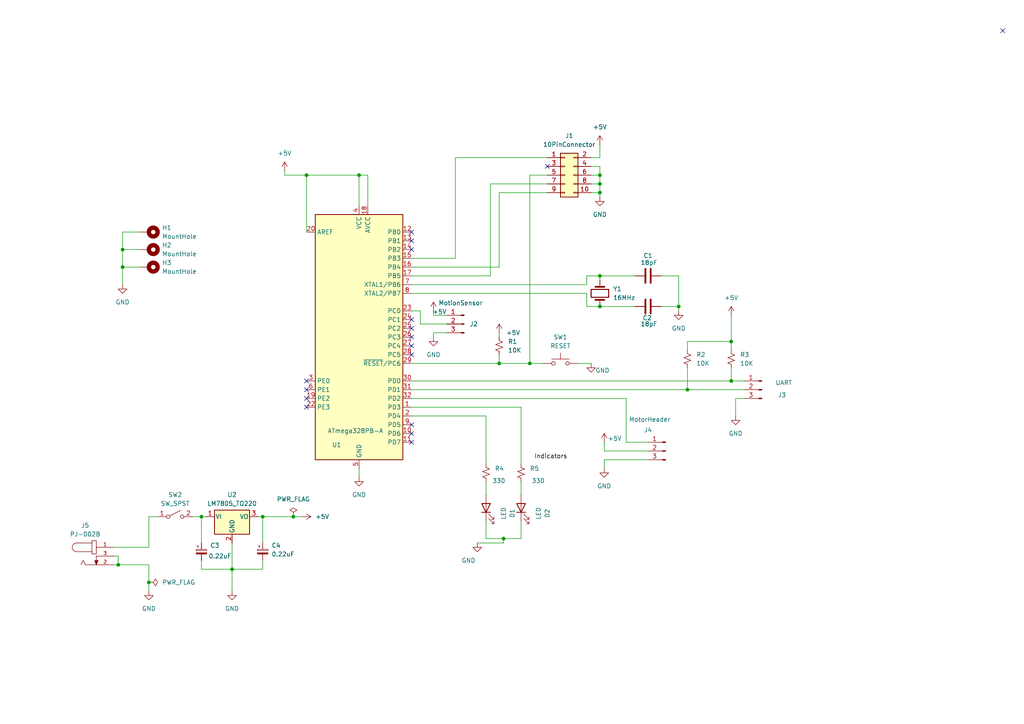
<source format=kicad_sch>
(kicad_sch (version 20231120) (generator "eeschema") (generator_version "8.0")
  (paper "A4")
  (lib_symbols
    (symbol "Connector:Conn_01x03_Pin" (pin_names (offset 1.016) hide)
      (property "Reference" "J" (at 0 5.08 0))
      (property "Value" "Conn_01x03_Pin" (at 0 -5.08 0))
      (symbol "Conn_01x03_Pin_1_1"
        (polyline (pts (xy 1.27 -2.54) (xy 0.8636 -2.54)) (stroke (width 0.1524)))
        (polyline (pts (xy 1.27 0) (xy 0.8636 0)) (stroke (width 0.1524)))
        (polyline (pts (xy 1.27 2.54) (xy 0.8636 2.54)) (stroke (width 0.1524)))
        (rectangle (start 0.8636 -2.413) (end 0 -2.667) (stroke (width 0.1524)) (fill (type outline)))
        (rectangle (start 0.8636 0.127) (end 0 -0.127) (stroke (width 0.1524)) (fill (type outline)))
        (rectangle (start 0.8636 2.667) (end 0 2.413) (stroke (width 0.1524)) (fill (type outline)))
        (pin passive line (at 5.08 2.54 180) (length 3.81) (name "Pin_1") (number "1"))
        (pin passive line (at 5.08 0 180) (length 3.81) (name "Pin_2") (number "2"))
        (pin passive line (at 5.08 -2.54 180) (length 3.81) (name "Pin_3") (number "3"))
      )
    )
    (symbol "Connector_Generic:Conn_02x05_Odd_Even" (pin_names (offset 1.016) hide)
      (property "Reference" "J" (at 1.27 7.62 0))
      (property "Value" "Conn_02x05_Odd_Even" (at 1.27 -7.62 0))
      (symbol "Conn_02x05_Odd_Even_1_1"
        (rectangle (start -1.27 -4.953) (end 0 -5.207) (stroke (width 0.1524)))
        (rectangle (start -1.27 -2.413) (end 0 -2.667) (stroke (width 0.1524)))
        (rectangle (start -1.27 0.127) (end 0 -0.127) (stroke (width 0.1524)))
        (rectangle (start -1.27 2.667) (end 0 2.413) (stroke (width 0.1524)))
        (rectangle (start -1.27 5.207) (end 0 4.953) (stroke (width 0.1524)))
        (rectangle (start -1.27 6.35) (end 3.81 -6.35) (stroke (width 0.254)) (fill (type background)))
        (rectangle (start 3.81 -4.953) (end 2.54 -5.207) (stroke (width 0.1524)))
        (rectangle (start 3.81 -2.413) (end 2.54 -2.667) (stroke (width 0.1524)))
        (rectangle (start 3.81 0.127) (end 2.54 -0.127) (stroke (width 0.1524)))
        (rectangle (start 3.81 2.667) (end 2.54 2.413) (stroke (width 0.1524)))
        (rectangle (start 3.81 5.207) (end 2.54 4.953) (stroke (width 0.1524)))
        (pin passive line (at -5.08 5.08 0) (length 3.81) (name "Pin_1") (number "1"))
        (pin passive line (at 7.62 -5.08 180) (length 3.81) (name "Pin_10") (number "10"))
        (pin passive line (at 7.62 5.08 180) (length 3.81) (name "Pin_2") (number "2"))
        (pin passive line (at -5.08 2.54 0) (length 3.81) (name "Pin_3") (number "3"))
        (pin passive line (at 7.62 2.54 180) (length 3.81) (name "Pin_4") (number "4"))
        (pin passive line (at -5.08 0 0) (length 3.81) (name "Pin_5") (number "5"))
        (pin passive line (at 7.62 0 180) (length 3.81) (name "Pin_6") (number "6"))
        (pin passive line (at -5.08 -2.54 0) (length 3.81) (name "Pin_7") (number "7"))
        (pin passive line (at 7.62 -2.54 180) (length 3.81) (name "Pin_8") (number "8"))
        (pin passive line (at -5.08 -5.08 0) (length 3.81) (name "Pin_9") (number "9"))
      )
    )
    (symbol "Device:C" (pin_numbers hide) (pin_names (offset 0.254))
      (property "Reference" "C" (at 0.635 2.54 0))
      (property "Value" "C" (at 0.635 -2.54 0))
      (symbol "C_0_1"
        (polyline (pts (xy -2.032 -0.762) (xy 2.032 -0.762)) (stroke (width 0.508)))
        (polyline (pts (xy -2.032 0.762) (xy 2.032 0.762)) (stroke (width 0.508)))
      )
      (symbol "C_1_1"
        (pin passive line (at 0 3.81 270) (length 2.794) (name "~") (number "1"))
        (pin passive line (at 0 -3.81 90) (length 2.794) (name "~") (number "2"))
      )
    )
    (symbol "Device:C_Polarized_Small" (pin_numbers hide) (pin_names (offset 0.254) hide)
      (property "Reference" "C" (at 0.254 1.778 0))
      (property "Value" "C_Polarized_Small" (at 0.254 -2.032 0))
      (symbol "C_Polarized_Small_0_1"
        (rectangle (start -1.524 -0.3048) (end 1.524 -0.6858) (fill (type outline)))
        (rectangle (start -1.524 0.6858) (end 1.524 0.3048))
        (polyline (pts (xy -1.27 1.524) (xy -0.762 1.524)))
        (polyline (pts (xy -1.016 1.27) (xy -1.016 1.778)))
      )
      (symbol "C_Polarized_Small_1_1"
        (pin passive line (at 0 2.54 270) (length 1.8542) (name "~") (number "1"))
        (pin passive line (at 0 -2.54 90) (length 1.8542) (name "~") (number "2"))
      )
    )
    (symbol "Device:Crystal" (pin_numbers hide) (pin_names (offset 1.016) hide)
      (property "Reference" "Y" (at 0 3.81 0))
      (property "Value" "Crystal" (at 0 -3.81 0))
      (symbol "Crystal_0_1"
        (rectangle (start -1.143 2.54) (end 1.143 -2.54) (stroke (width 0.3048)))
        (polyline (pts (xy -2.54 0) (xy -1.905 0)))
        (polyline (pts (xy -1.905 -1.27) (xy -1.905 1.27)) (stroke (width 0.508)))
        (polyline (pts (xy 1.905 -1.27) (xy 1.905 1.27)) (stroke (width 0.508)))
        (polyline (pts (xy 2.54 0) (xy 1.905 0)))
      )
      (symbol "Crystal_1_1"
        (pin passive line (at -3.81 0 0) (length 1.27) (name "1") (number "1"))
        (pin passive line (at 3.81 0 180) (length 1.27) (name "2") (number "2"))
      )
    )
    (symbol "Device:LED" (pin_numbers hide) (pin_names (offset 1.016) hide)
      (property "Reference" "D" (at 0 2.54 0))
      (property "Value" "LED" (at 0 -2.54 0))
      (symbol "LED_0_1"
        (polyline (pts (xy -1.27 -1.27) (xy -1.27 1.27)) (stroke (width 0.254)))
        (polyline (pts (xy -1.27 0) (xy 1.27 0)))
        (polyline (pts (xy 1.27 -1.27) (xy 1.27 1.27) (xy -1.27 0) (xy 1.27 -1.27)) (stroke (width 0.254)))
        (polyline (pts (xy -3.048 -0.762) (xy -4.572 -2.286) (xy -3.81 -2.286) (xy -4.572 -2.286) (xy -4.572 -1.524)))
        (polyline (pts (xy -1.778 -0.762) (xy -3.302 -2.286) (xy -2.54 -2.286) (xy -3.302 -2.286) (xy -3.302 -1.524)))
      )
      (symbol "LED_1_1"
        (pin passive line (at -3.81 0 0) (length 2.54) (name "K") (number "1"))
        (pin passive line (at 3.81 0 180) (length 2.54) (name "A") (number "2"))
      )
    )
    (symbol "Device:R_Small_US" (pin_numbers hide) (pin_names (offset 0.254) hide)
      (property "Reference" "R" (at 0.762 0.508 0))
      (property "Value" "R_Small_US" (at 0.762 -1.016 0))
      (symbol "R_Small_US_1_1"
        (polyline (pts (xy 0 0) (xy 1.016 -0.381) (xy 0 -0.762) (xy -1.016 -1.143) (xy 0 -1.524)))
        (polyline (pts (xy 0 1.524) (xy 1.016 1.143) (xy 0 0.762) (xy -1.016 0.381) (xy 0 0)))
        (pin passive line (at 0 2.54 270) (length 1.016) (name "~") (number "1"))
        (pin passive line (at 0 -2.54 90) (length 1.016) (name "~") (number "2"))
      )
    )
    (symbol "MCU_Microchip_ATmega:ATmega328PB-A"
      (property "Reference" "U" (at -12.7 36.83 0))
      (property "Value" "ATmega328PB-A" (at 2.54 -36.83 0))
      (symbol "ATmega328PB-A_0_1"
        (rectangle (start -12.7 -35.56) (end 12.7 35.56) (stroke (width 0.254)) (fill (type background)))
      )
      (symbol "ATmega328PB-A_1_1"
        (pin bidirectional line (at 15.24 -20.32 180) (length 2.54) (name "PD3") (number "1"))
        (pin bidirectional line (at 15.24 -27.94 180) (length 2.54) (name "PD6") (number "10"))
        (pin bidirectional line (at 15.24 -30.48 180) (length 2.54) (name "PD7") (number "11"))
        (pin bidirectional line (at 15.24 30.48 180) (length 2.54) (name "PB0") (number "12"))
        (pin bidirectional line (at 15.24 27.94 180) (length 2.54) (name "PB1") (number "13"))
        (pin bidirectional line (at 15.24 25.4 180) (length 2.54) (name "PB2") (number "14"))
        (pin bidirectional line (at 15.24 22.86 180) (length 2.54) (name "PB3") (number "15"))
        (pin bidirectional line (at 15.24 20.32 180) (length 2.54) (name "PB4") (number "16"))
        (pin bidirectional line (at 15.24 17.78 180) (length 2.54) (name "PB5") (number "17"))
        (pin power_in line (at 2.54 38.1 270) (length 2.54) (name "AVCC") (number "18"))
        (pin bidirectional line (at -15.24 -17.78 0) (length 2.54) (name "PE2") (number "19"))
        (pin bidirectional line (at 15.24 -22.86 180) (length 2.54) (name "PD4") (number "2"))
        (pin passive line (at -15.24 30.48 0) (length 2.54) (name "AREF") (number "20"))
        (pin passive line (at 0 -38.1 90) (length 2.54) hide (name "GND") (number "21"))
        (pin bidirectional line (at -15.24 -20.32 0) (length 2.54) (name "PE3") (number "22"))
        (pin bidirectional line (at 15.24 7.62 180) (length 2.54) (name "PC0") (number "23"))
        (pin bidirectional line (at 15.24 5.08 180) (length 2.54) (name "PC1") (number "24"))
        (pin bidirectional line (at 15.24 2.54 180) (length 2.54) (name "PC2") (number "25"))
        (pin bidirectional line (at 15.24 0 180) (length 2.54) (name "PC3") (number "26"))
        (pin bidirectional line (at 15.24 -2.54 180) (length 2.54) (name "PC4") (number "27"))
        (pin bidirectional line (at 15.24 -5.08 180) (length 2.54) (name "PC5") (number "28"))
        (pin bidirectional line (at 15.24 -7.62 180) (length 2.54) (name "~{RESET}/PC6") (number "29"))
        (pin bidirectional line (at -15.24 -12.7 0) (length 2.54) (name "PE0") (number "3"))
        (pin bidirectional line (at 15.24 -12.7 180) (length 2.54) (name "PD0") (number "30"))
        (pin bidirectional line (at 15.24 -15.24 180) (length 2.54) (name "PD1") (number "31"))
        (pin bidirectional line (at 15.24 -17.78 180) (length 2.54) (name "PD2") (number "32"))
        (pin power_in line (at 0 38.1 270) (length 2.54) (name "VCC") (number "4"))
        (pin power_in line (at 0 -38.1 90) (length 2.54) (name "GND") (number "5"))
        (pin bidirectional line (at -15.24 -15.24 0) (length 2.54) (name "PE1") (number "6"))
        (pin bidirectional line (at 15.24 15.24 180) (length 2.54) (name "XTAL1/PB6") (number "7"))
        (pin bidirectional line (at 15.24 12.7 180) (length 2.54) (name "XTAL2/PB7") (number "8"))
        (pin bidirectional line (at 15.24 -25.4 180) (length 2.54) (name "PD5") (number "9"))
      )
    )
    (symbol "Mechanical:MountingHole_Pad" (pin_numbers hide) (pin_names (offset 1.016) hide) (exclude_from_sim yes) (in_bom no)
      (property "Reference" "H" (at 0 6.35 0))
      (property "Value" "MountingHole_Pad" (at 0 4.445 0))
      (symbol "MountingHole_Pad_0_1"
        (circle (center 0 1.27) (radius 1.27) (stroke (width 1.27)))
      )
      (symbol "MountingHole_Pad_1_1"
        (pin input line (at 0 -2.54 90) (length 2.54) (name "1") (number "1"))
      )
    )
    (symbol "PJ-002B:PJ-002B" (pin_names (offset 1.016))
      (property "Reference" "J" (at -7.6337 5.0892 0))
      (property "Value" "PJ-002B" (at -7.6269 -5.0846 0))
      (symbol "PJ-002B_0_0"
        (arc (start -5.715 3.81) (mid -6.9794 2.54) (end -5.715 1.27) (stroke (width 0.1524)))
        (polyline (pts (xy -5.715 3.81) (xy -1.27 3.81)) (stroke (width 0.1524)))
        (polyline (pts (xy -3.81 -1.27) (xy -4.445 -2.54)) (stroke (width 0.1524)))
        (polyline (pts (xy -3.175 -2.54) (xy -3.81 -1.27)) (stroke (width 0.1524)))
        (polyline (pts (xy -1.27 0.635) (xy 0 0.635)) (stroke (width 0.1524)))
        (polyline (pts (xy -1.27 1.27) (xy -5.715 1.27)) (stroke (width 0.1524)))
        (polyline (pts (xy -1.27 1.27) (xy -1.27 0.635)) (stroke (width 0.1524)))
        (polyline (pts (xy -1.27 3.81) (xy -1.27 1.27)) (stroke (width 0.1524)))
        (polyline (pts (xy -1.27 4.445) (xy -1.27 3.81)) (stroke (width 0.1524)))
        (polyline (pts (xy 0 -2.54) (xy -3.175 -2.54)) (stroke (width 0.1524)))
        (polyline (pts (xy 0 0) (xy 0 -2.54)) (stroke (width 0.1524)))
        (polyline (pts (xy 0 0.635) (xy 0 4.445)) (stroke (width 0.1524)))
        (polyline (pts (xy 0 4.445) (xy -1.27 4.445)) (stroke (width 0.1524)))
        (polyline (pts (xy 0 -2.54) (xy -0.508 -1.27) (xy 0.508 -1.27) (xy 0 -2.54)) (stroke (width 0.1524)) (fill (type outline)))
        (pin passive line (at 5.08 2.54 180) (length 5.08) (name "~") (number "1"))
        (pin passive line (at 5.08 -2.54 180) (length 5.08) (name "~") (number "2"))
        (pin passive line (at 5.08 0 180) (length 5.08) (name "~") (number "3"))
      )
    )
    (symbol "Regulator_Linear:LM7805_TO220" (pin_names (offset 0.254))
      (property "Reference" "U" (at -3.81 3.175 0))
      (property "Value" "LM7805_TO220" (at 0 3.175 0))
      (symbol "LM7805_TO220_0_1"
        (rectangle (start -5.08 1.905) (end 5.08 -5.08) (stroke (width 0.254)) (fill (type background)))
      )
      (symbol "LM7805_TO220_1_1"
        (pin power_in line (at -7.62 0 0) (length 2.54) (name "VI") (number "1"))
        (pin power_in line (at 0 -7.62 90) (length 2.54) (name "GND") (number "2"))
        (pin power_out line (at 7.62 0 180) (length 2.54) (name "VO") (number "3"))
      )
    )
    (symbol "Switch:SW_Push" (pin_numbers hide) (pin_names (offset 1.016) hide)
      (property "Reference" "SW" (at 1.27 2.54 0))
      (property "Value" "SW_Push" (at 0 -1.524 0))
      (symbol "SW_Push_0_1"
        (circle (center -2.032 0) (radius 0.508))
        (polyline (pts (xy 0 1.27) (xy 0 3.048)))
        (polyline (pts (xy 2.54 1.27) (xy -2.54 1.27)))
        (circle (center 2.032 0) (radius 0.508))
        (pin passive line (at -5.08 0 0) (length 2.54) (name "1") (number "1"))
        (pin passive line (at 5.08 0 180) (length 2.54) (name "2") (number "2"))
      )
    )
    (symbol "Switch:SW_SPST" (pin_names (offset 0) hide)
      (property "Reference" "SW" (at 0 3.175 0))
      (property "Value" "SW_SPST" (at 0 -2.54 0))
      (symbol "SW_SPST_0_0"
        (circle (center -2.032 0) (radius 0.508))
        (polyline (pts (xy -1.524 0.254) (xy 1.524 1.778)))
        (circle (center 2.032 0) (radius 0.508))
      )
      (symbol "SW_SPST_1_1"
        (pin passive line (at -5.08 0 0) (length 2.54) (name "A") (number "1"))
        (pin passive line (at 5.08 0 180) (length 2.54) (name "B") (number "2"))
      )
    )
    (symbol "power:+5V" (power) (pin_numbers hide) (pin_names (offset 0) hide)
      (property "Value" "+5V" (at 0 3.556 0))
      (symbol "+5V_0_1"
        (polyline (pts (xy -0.762 1.27) (xy 0 2.54)))
        (polyline (pts (xy 0 0) (xy 0 2.54)))
        (polyline (pts (xy 0 2.54) (xy 0.762 1.27)))
      )
      (symbol "+5V_1_1"
        (pin power_in line (at 0 0 90) (length 0) (name "~") (number "1"))
      )
    )
    (symbol "power:GND" (power) (pin_numbers hide) (pin_names (offset 0) hide)
      (property "Value" "GND" (at 0 -3.81 0))
      (symbol "GND_0_1"
        (polyline (pts (xy 0 0) (xy 0 -1.27) (xy 1.27 -1.27) (xy 0 -2.54) (xy -1.27 -1.27) (xy 0 -1.27)))
      )
      (symbol "GND_1_1"
        (pin power_in line (at 0 0 270) (length 0) (name "~") (number "1"))
      )
    )
    (symbol "power:PWR_FLAG" (power) (pin_numbers hide) (pin_names (offset 0) hide)
      (property "Value" "PWR_FLAG" (at 0 3.81 0))
      (symbol "PWR_FLAG_0_0"
        (pin power_out line (at 0 0 90) (length 0) (name "~") (number "1"))
      )
      (symbol "PWR_FLAG_0_1"
        (polyline (pts (xy 0 0) (xy 0 1.27) (xy -1.016 1.905) (xy 0 2.54) (xy 1.016 1.905) (xy 0 1.27)))
      )
    )
  )
  (junction (at 43.18 168.91))
  (junction (at 35.56 72.39))
  (junction (at 67.31 165.1))
  (junction (at 144.78 105.41))
  (junction (at 173.99 88.9))
  (junction (at 196.85 88.9))
  (junction (at 104.14 50.8))
  (junction (at 153.67 105.41))
  (junction (at 212.09 110.49))
  (junction (at 34.29 163.83))
  (junction (at 85.09 149.86))
  (junction (at 173.99 53.34))
  (junction (at 199.39 113.03))
  (junction (at 146.05 156.21))
  (junction (at 173.99 80.01))
  (junction (at 173.99 55.88))
  (junction (at 58.42 149.86))
  (junction (at 212.09 99.06))
  (junction (at 173.99 50.8))
  (junction (at 35.56 77.47))
  (junction (at 88.9 50.8))
  (junction (at 76.2 149.86))
  (no_connect (at -40.64 204.47))
  (no_connect (at 290.83 8.89))
  (no_connect (at 158.75 48.26))
  (no_connect (at 88.9 113.03))
  (no_connect (at 119.38 125.73))
  (no_connect (at 88.9 118.11))
  (no_connect (at 119.38 92.71))
  (no_connect (at 119.38 72.39))
  (no_connect (at 88.9 110.49))
  (no_connect (at 119.38 100.33))
  (no_connect (at 119.38 95.25))
  (no_connect (at 119.38 67.31))
  (no_connect (at 88.9 115.57))
  (no_connect (at 119.38 97.79))
  (no_connect (at 119.38 69.85))
  (no_connect (at 119.38 128.27))
  (no_connect (at 119.38 102.87))
  (no_connect (at 119.38 123.19))
  (wire (pts (xy 58.42 165.1) (xy 67.31 165.1)))
  (wire (pts (xy 142.24 53.34) (xy 142.24 80.01)))
  (wire (pts (xy 55.88 149.86) (xy 58.42 149.86)))
  (wire (pts (xy 181.61 128.27) (xy 187.96 128.27)))
  (wire (pts (xy 213.36 115.57) (xy 215.9 115.57)))
  (wire (pts (xy 199.39 106.68) (xy 199.39 113.03)))
  (wire (pts (xy 213.36 120.65) (xy 213.36 115.57)))
  (wire (pts (xy 173.99 88.9) (xy 184.15 88.9)))
  (wire (pts (xy 43.18 168.91) (xy 43.18 171.45)))
  (wire (pts (xy 121.92 93.98) (xy 129.54 93.98)))
  (wire (pts (xy 173.99 80.01) (xy 173.99 81.28)))
  (wire (pts (xy 171.45 50.8) (xy 173.99 50.8)))
  (wire (pts (xy 170.18 88.9) (xy 170.18 85.09)))
  (wire (pts (xy 76.2 149.86) (xy 85.09 149.86)))
  (wire (pts (xy 35.56 77.47) (xy 35.56 72.39)))
  (wire (pts (xy 119.38 120.65) (xy 140.97 120.65)))
  (wire (pts (xy 43.18 163.83) (xy 43.18 168.91)))
  (wire (pts (xy 34.29 161.29) (xy 34.29 163.83)))
  (wire (pts (xy 119.38 113.03) (xy 199.39 113.03)))
  (wire (pts (xy 175.26 133.35) (xy 187.96 133.35)))
  (wire (pts (xy 82.55 49.53) (xy 82.55 50.8)))
  (wire (pts (xy 119.38 85.09) (xy 170.18 85.09)))
  (wire (pts (xy 119.38 74.93) (xy 132.08 74.93)))
  (wire (pts (xy 173.99 55.88) (xy 173.99 57.15)))
  (wire (pts (xy 175.26 130.81) (xy 187.96 130.81)))
  (wire (pts (xy 88.9 50.8) (xy 104.14 50.8)))
  (wire (pts (xy 35.56 77.47) (xy 40.64 77.47)))
  (wire (pts (xy 173.99 41.91) (xy 173.99 45.72)))
  (wire (pts (xy 175.26 133.35) (xy 175.26 135.89)))
  (wire (pts (xy 144.78 77.47) (xy 119.38 77.47)))
  (wire (pts (xy 144.78 105.41) (xy 119.38 105.41)))
  (wire (pts (xy 106.68 50.8) (xy 104.14 50.8)))
  (wire (pts (xy 170.18 82.55) (xy 170.18 80.01)))
  (wire (pts (xy 158.75 50.8) (xy 153.67 50.8)))
  (wire (pts (xy 67.31 157.48) (xy 67.31 165.1)))
  (wire (pts (xy 151.13 118.11) (xy 151.13 134.62)))
  (wire (pts (xy 144.78 102.87) (xy 144.78 105.41)))
  (wire (pts (xy 181.61 115.57) (xy 119.38 115.57)))
  (wire (pts (xy 199.39 99.06) (xy 212.09 99.06)))
  (wire (pts (xy 119.38 118.11) (xy 151.13 118.11)))
  (wire (pts (xy 129.54 96.52) (xy 125.73 96.52)))
  (wire (pts (xy 58.42 149.86) (xy 58.42 157.48)))
  (wire (pts (xy 171.45 53.34) (xy 173.99 53.34)))
  (wire (pts (xy 151.13 151.13) (xy 151.13 156.21)))
  (wire (pts (xy 85.09 149.86) (xy 87.63 149.86)))
  (wire (pts (xy 67.31 165.1) (xy 76.2 165.1)))
  (wire (pts (xy 125.73 91.44) (xy 129.54 91.44)))
  (wire (pts (xy 35.56 72.39) (xy 40.64 72.39)))
  (wire (pts (xy 76.2 162.56) (xy 76.2 165.1)))
  (wire (pts (xy 153.67 105.41) (xy 157.48 105.41)))
  (wire (pts (xy 106.68 50.8) (xy 106.68 59.69)))
  (wire (pts (xy 151.13 156.21) (xy 146.05 156.21)))
  (wire (pts (xy 173.99 45.72) (xy 171.45 45.72)))
  (wire (pts (xy 146.05 156.21) (xy 146.05 157.48)))
  (wire (pts (xy 181.61 128.27) (xy 181.61 115.57)))
  (wire (pts (xy 151.13 139.7) (xy 151.13 143.51)))
  (wire (pts (xy 196.85 90.17) (xy 196.85 88.9)))
  (wire (pts (xy 144.78 105.41) (xy 153.67 105.41)))
  (wire (pts (xy 35.56 82.55) (xy 35.56 77.47)))
  (wire (pts (xy 171.45 105.41) (xy 167.64 105.41)))
  (wire (pts (xy 58.42 165.1) (xy 58.42 162.56)))
  (wire (pts (xy 212.09 91.44) (xy 212.09 99.06)))
  (wire (pts (xy 58.42 149.86) (xy 59.69 149.86)))
  (wire (pts (xy 88.9 50.8) (xy 82.55 50.8)))
  (wire (pts (xy 144.78 55.88) (xy 158.75 55.88)))
  (wire (pts (xy 35.56 67.31) (xy 40.64 67.31)))
  (wire (pts (xy 170.18 88.9) (xy 173.99 88.9)))
  (wire (pts (xy 170.18 80.01) (xy 173.99 80.01)))
  (wire (pts (xy 196.85 80.01) (xy 196.85 88.9)))
  (wire (pts (xy 171.45 48.26) (xy 173.99 48.26)))
  (wire (pts (xy 173.99 53.34) (xy 173.99 55.88)))
  (wire (pts (xy 175.26 128.27) (xy 175.26 130.81)))
  (wire (pts (xy 35.56 72.39) (xy 35.56 67.31)))
  (wire (pts (xy 132.08 45.72) (xy 158.75 45.72)))
  (wire (pts (xy 76.2 149.86) (xy 76.2 157.48)))
  (wire (pts (xy 153.67 50.8) (xy 153.67 105.41)))
  (wire (pts (xy 191.77 80.01) (xy 196.85 80.01)))
  (wire (pts (xy 212.09 106.68) (xy 212.09 110.49)))
  (wire (pts (xy 119.38 110.49) (xy 212.09 110.49)))
  (wire (pts (xy 144.78 96.52) (xy 144.78 97.79)))
  (wire (pts (xy 34.29 163.83) (xy 43.18 163.83)))
  (wire (pts (xy 125.73 90.17) (xy 125.73 91.44)))
  (wire (pts (xy 132.08 74.93) (xy 132.08 45.72)))
  (wire (pts (xy 212.09 99.06) (xy 212.09 101.6)))
  (wire (pts (xy 173.99 80.01) (xy 184.15 80.01)))
  (wire (pts (xy 140.97 156.21) (xy 140.97 151.13)))
  (wire (pts (xy 173.99 48.26) (xy 173.99 50.8)))
  (wire (pts (xy 104.14 50.8) (xy 104.14 59.69)))
  (wire (pts (xy 121.92 90.17) (xy 119.38 90.17)))
  (wire (pts (xy 140.97 139.7) (xy 140.97 143.51)))
  (wire (pts (xy 43.18 149.86) (xy 45.72 149.86)))
  (wire (pts (xy 215.9 110.49) (xy 212.09 110.49)))
  (wire (pts (xy 33.02 161.29) (xy 34.29 161.29)))
  (wire (pts (xy 33.02 163.83) (xy 34.29 163.83)))
  (wire (pts (xy 144.78 55.88) (xy 144.78 77.47)))
  (wire (pts (xy 173.99 53.34) (xy 173.99 50.8)))
  (wire (pts (xy 158.75 53.34) (xy 142.24 53.34)))
  (wire (pts (xy 119.38 80.01) (xy 142.24 80.01)))
  (wire (pts (xy 140.97 120.65) (xy 140.97 134.62)))
  (wire (pts (xy 43.18 149.86) (xy 43.18 158.75)))
  (wire (pts (xy 121.92 93.98) (xy 121.92 90.17)))
  (wire (pts (xy 67.31 165.1) (xy 67.31 171.45)))
  (wire (pts (xy 199.39 101.6) (xy 199.39 99.06)))
  (wire (pts (xy 199.39 113.03) (xy 215.9 113.03)))
  (wire (pts (xy 119.38 82.55) (xy 170.18 82.55)))
  (wire (pts (xy 125.73 96.52) (xy 125.73 97.79)))
  (wire (pts (xy 191.77 88.9) (xy 196.85 88.9)))
  (wire (pts (xy 88.9 50.8) (xy 88.9 67.31)))
  (wire (pts (xy 33.02 158.75) (xy 43.18 158.75)))
  (wire (pts (xy 74.93 149.86) (xy 76.2 149.86)))
  (wire (pts (xy 140.97 156.21) (xy 146.05 156.21)))
  (wire (pts (xy 171.45 55.88) (xy 173.99 55.88)))
  (wire (pts (xy 146.05 157.48) (xy 138.43 157.48)))
  (wire (pts (xy 104.14 135.89) (xy 104.14 138.43)))
  (label "Indicators" (at 154.94 133.35 0))
  (symbol (lib_id "Device:C_Polarized_Small") (at 76.2 160.02 0) (unit 1)
    (property "Reference" "C4" (at 78.74 158.2038 0) (effects (justify left)))
    (property "Value" "0.22uF" (at 78.74 160.7438 0) (effects (justify left)))
    (property "Footprint" "Capacitor_SMD:C_0805_2012Metric" (effects (hide yes)))
    (property "Description" "Polarized capacitor, small symbol" (effects (hide yes)))
  )
  (symbol (lib_id "Device:C") (at 187.96 88.9 90) (unit 1)
    (property "Reference" "C2" (at 187.706 92.202 90))
    (property "Value" "18pF" (at 188.214 93.98 90))
    (property "Footprint" "Capacitor_SMD:C_0805_2012Metric" (effects (hide yes)))
    (property "Description" "Unpolarized capacitor" (effects (hide yes)))
  )
  (symbol (lib_id "Device:Crystal") (at 173.99 85.09 270) (unit 1)
    (property "Reference" "Y1" (at 177.8 83.8199 90) (effects (justify left)))
    (property "Value" "16MHz" (at 177.8 86.3599 90) (effects (justify left)))
    (property "Footprint" "Crystal:Crystal_SMD_HC49-SD" (effects (hide yes)))
    (property "Description" "Two pin crystal" (effects (hide yes)))
  )
  (symbol (lib_id "Device:R_Small_US") (at 151.13 137.16 180) (unit 1)
    (property "Reference" "R5" (at 153.67 135.8899 0) (effects (justify right)))
    (property "Value" "330" (at 154.178 139.446 0) (effects (justify right)))
    (property "Footprint" "Resistor_SMD:R_0805_2012Metric" (effects (hide yes)))
    (property "Description" "Resistor, small US symbol" (effects (hide yes)))
  )
  (symbol (lib_id "power:GND") (at 43.18 171.45 0) (unit 1)
    (property "Reference" "#PWR018" (effects (hide yes)))
    (property "Value" "GND" (at 43.18 176.53 0))
    (property "Description" "Power symbol creates a global label with name \"GND\" , ground" (effects (hide yes)))
  )
  (symbol (lib_id "power:GND") (at 173.99 57.15 0) (unit 1)
    (property "Reference" "#PWR03" (effects (hide yes)))
    (property "Value" "GND" (at 173.99 62.23 0))
    (property "Description" "Power symbol creates a global label with name \"GND\" , ground" (effects (hide yes)))
  )
  (symbol (lib_id "Device:C") (at 187.96 80.01 90) (unit 1)
    (property "Reference" "C1" (at 187.96 74.168 90))
    (property "Value" "18pF" (at 188.214 76.2 90))
    (property "Footprint" "Capacitor_SMD:C_0805_2012Metric" (effects (hide yes)))
    (property "Description" "Unpolarized capacitor" (effects (hide yes)))
  )
  (symbol (lib_id "Device:C_Polarized_Small") (at 58.42 160.02 0) (unit 1)
    (property "Reference" "C3" (at 60.96 158.2038 0) (effects (justify left)))
    (property "Value" "0.22uF" (at 60.452 161.29 0) (effects (justify left)))
    (property "Footprint" "Capacitor_SMD:C_0805_2012Metric" (effects (hide yes)))
    (property "Description" "Polarized capacitor, small symbol" (effects (hide yes)))
  )
  (symbol (lib_id "Device:R_Small_US") (at 212.09 104.14 180) (unit 1)
    (property "Reference" "R3" (at 214.63 102.8699 0) (effects (justify right)))
    (property "Value" "10K" (at 214.63 105.4099 0) (effects (justify right)))
    (property "Footprint" "Resistor_SMD:R_0805_2012Metric" (effects (hide yes)))
    (property "Description" "Resistor, small US symbol" (effects (hide yes)))
  )
  (symbol (lib_id "power:GND") (at 125.73 97.79 0) (unit 1)
    (property "Reference" "#PWR09" (effects (hide yes)))
    (property "Value" "GND" (at 125.73 102.87 0))
    (property "Description" "Power symbol creates a global label with name \"GND\" , ground" (effects (hide yes)))
  )
  (symbol (lib_id "power:+5V") (at 212.09 91.44 0) (unit 1)
    (property "Reference" "#PWR06" (effects (hide yes)))
    (property "Value" "+5V" (at 212.09 86.36 0))
    (property "Description" "Power symbol creates a global label with name \"+5V\"" (effects (hide yes)))
  )
  (symbol (lib_id "power:+5V") (at 87.63 149.86 270) (unit 1)
    (property "Reference" "#PWR015" (effects (hide yes)))
    (property "Value" "+5V" (at 91.44 149.8599 90) (effects (justify left)))
    (property "Description" "Power symbol creates a global label with name \"+5V\"" (effects (hide yes)))
  )
  (symbol (lib_id "Mechanical:MountingHole_Pad") (at 43.18 67.31 270) (unit 1) (exclude_from_sim yes) (in_bom no)
    (property "Reference" "H1" (at 46.99 66.0399 90) (effects (justify left)))
    (property "Value" "MountHole" (at 46.99 68.5799 90) (effects (justify left)))
    (property "Footprint" "MountingHole:MountingHole_2.2mm_M2_DIN965_Pad" (effects (hide yes)))
    (property "Description" "Mounting Hole with connection" (effects (hide yes)))
  )
  (symbol (lib_id "Connector:Conn_01x03_Pin") (at 193.04 130.81 0) (mirror y) (unit 1)
    (property "Reference" "J4" (at 187.96 124.714 0))
    (property "Value" "MotorHeader" (at 188.468 121.666 0))
    (property "Footprint" "Connector_PinHeader_2.54mm:PinHeader_1x03_P2.54mm_Vertical" (effects (hide yes)))
    (property "Description" "Generic connector, single row, 01x03, script generated" (effects (hide yes)))
  )
  (symbol (lib_id "Device:LED") (at 151.13 147.32 90) (unit 1)
    (property "Reference" "D2" (at 158.75 148.9075 0))
    (property "Value" "LED" (at 156.21 148.9075 0))
    (property "Footprint" "LED_THT:LED_D3.0mm" (effects (hide yes)))
    (property "Description" "Light emitting diode" (effects (hide yes)))
  )
  (symbol (lib_id "Mechanical:MountingHole_Pad") (at 43.18 77.47 270) (unit 1) (exclude_from_sim yes) (in_bom no)
    (property "Reference" "H3" (at 46.99 76.1999 90) (effects (justify left)))
    (property "Value" "MountHole" (at 46.99 78.7399 90) (effects (justify left)))
    (property "Footprint" "MountingHole:MountingHole_2.2mm_M2_DIN965_Pad" (effects (hide yes)))
    (property "Description" "Mounting Hole with connection" (effects (hide yes)))
  )
  (symbol (lib_id "PJ-002B:PJ-002B") (at 27.94 161.29 0) (unit 1)
    (property "Reference" "J5" (at 24.7043 152.4 0))
    (property "Value" "PJ-002B" (at 24.7043 154.94 0))
    (property "Footprint" "PJ_002B:CUI_PJ-002B" (effects (hide yes)))
    (property "MANUFACTURER" "CUI INC" (effects (hide yes)))
    (property "STANDARD" "Manufacturer recommendations" (effects (hide yes)))
  )
  (symbol (lib_id "power:GND") (at 213.36 120.65 0) (unit 1)
    (property "Reference" "#PWR011" (effects (hide yes)))
    (property "Value" "GND" (at 213.36 125.73 0))
    (property "Description" "Power symbol creates a global label with name \"GND\" , ground" (effects (hide yes)))
  )
  (symbol (lib_id "Switch:SW_Push") (at 162.56 105.41 0) (unit 1)
    (property "Reference" "SW1" (at 162.56 97.79 0))
    (property "Value" "RESET" (at 162.56 100.33 0))
    (property "Footprint" "Button_Switch_THT:SW_PUSH_1P1T_6x3.5mm_H4.3_APEM_MJTP1243" (effects (hide yes)))
    (property "Description" "Push button switch, generic, two pins" (effects (hide yes)))
  )
  (symbol (lib_id "power:GND") (at 175.26 135.89 0) (unit 1)
    (property "Reference" "#PWR013" (effects (hide yes)))
    (property "Value" "GND" (at 175.26 140.97 0))
    (property "Description" "Power symbol creates a global label with name \"GND\" , ground" (effects (hide yes)))
  )
  (symbol (lib_id "MCU_Microchip_ATmega:ATmega328PB-A") (at 104.14 97.79 0) (unit 1)
    (property "Reference" "U1" (at 96.266 129.032 0) (effects (justify left)))
    (property "Value" "ATmega328PB-A" (at 94.996 124.968 0) (effects (justify left)))
    (property "Footprint" "Package_QFP:TQFP-32_7x7mm_P0.8mm" (effects (hide yes)))
    (property "Datasheet" "http://ww1.microchip.com/downloads/en/DeviceDoc/40001906C.pdf" (effects (hide yes)))
    (property "Description" "20MHz, 32kB Flash, 2kB SRAM, 1kB EEPROM, TQFP-32" (effects (hide yes)))
  )
  (symbol (lib_id "Device:R_Small_US") (at 144.78 100.33 0) (unit 1)
    (property "Reference" "R1" (at 147.32 99.0599 0) (effects (justify left)))
    (property "Value" "10K" (at 147.32 101.5999 0) (effects (justify left)))
    (property "Footprint" "Resistor_SMD:R_0805_2012Metric" (effects (hide yes)))
    (property "Description" "Resistor, small US symbol" (effects (hide yes)))
  )
  (symbol (lib_id "power:+5V") (at 175.26 128.27 0) (unit 1)
    (property "Reference" "#PWR012" (effects (hide yes)))
    (property "Value" "+5V" (at 178.2969 127.1871 0))
    (property "Description" "Power symbol creates a global label with name \"+5V\"" (effects (hide yes)))
  )
  (symbol (lib_id "power:+5V") (at 125.73 90.17 0) (unit 1)
    (property "Reference" "#PWR04" (effects (hide yes)))
    (property "Value" "+5V" (at 127.508 90.424 0))
    (property "Description" "Power symbol creates a global label with name \"+5V\"" (effects (hide yes)))
  )
  (symbol (lib_id "power:GND") (at 67.31 171.45 0) (unit 1)
    (property "Reference" "#PWR017" (effects (hide yes)))
    (property "Value" "GND" (at 67.31 176.53 0))
    (property "Description" "Power symbol creates a global label with name \"GND\" , ground" (effects (hide yes)))
  )
  (symbol (lib_id "Connector:Conn_01x03_Pin") (at 220.98 113.03 0) (mirror y) (unit 1)
    (property "Reference" "J3" (at 226.822 114.554 0))
    (property "Value" "UART" (at 227.33 110.998 0))
    (property "Footprint" "Connector_PinHeader_2.54mm:PinHeader_1x03_P2.54mm_Vertical" (effects (hide yes)))
    (property "Description" "Generic connector, single row, 01x03, script generated" (effects (hide yes)))
  )
  (symbol (lib_id "power:+5V") (at 82.55 49.53 0) (unit 1)
    (property "Reference" "#PWR02" (effects (hide yes)))
    (property "Value" "+5V" (at 82.55 44.45 0))
    (property "Description" "Power symbol creates a global label with name \"+5V\"" (effects (hide yes)))
  )
  (symbol (lib_id "power:GND") (at 35.56 82.55 0) (unit 1)
    (property "Reference" "#PWR07" (effects (hide yes)))
    (property "Value" "GND" (at 35.56 87.63 0))
    (property "Description" "Power symbol creates a global label with name \"GND\" , ground" (effects (hide yes)))
  )
  (symbol (lib_id "Mechanical:MountingHole_Pad") (at 43.18 72.39 270) (unit 1) (exclude_from_sim yes) (in_bom no)
    (property "Reference" "H2" (at 46.99 71.1199 90) (effects (justify left)))
    (property "Value" "MountHole" (at 46.99 73.6599 90) (effects (justify left)))
    (property "Footprint" "MountingHole:MountingHole_2.2mm_M2_DIN965_Pad" (effects (hide yes)))
    (property "Description" "Mounting Hole with connection" (effects (hide yes)))
  )
  (symbol (lib_id "Device:R_Small_US") (at 199.39 104.14 180) (unit 1)
    (property "Reference" "R2" (at 201.93 102.8699 0) (effects (justify right)))
    (property "Value" "10K" (at 201.93 105.4099 0) (effects (justify right)))
    (property "Footprint" "Resistor_SMD:R_0805_2012Metric" (effects (hide yes)))
    (property "Description" "Resistor, small US symbol" (effects (hide yes)))
  )
  (symbol (lib_id "Switch:SW_SPST") (at 50.8 149.86 0) (unit 1)
    (property "Reference" "SW2" (at 50.8 143.51 0))
    (property "Value" "SW_SPST" (at 50.8 146.05 0))
    (property "Footprint" "Button_Switch_THT:SW_DIP_SPSTx01_Slide_6.7x4.1mm_W7.62mm_P2.54mm_LowProfile" (effects (hide yes)))
    (property "Description" "Single Pole Single Throw (SPST) switch" (effects (hide yes)))
  )
  (symbol (lib_id "power:PWR_FLAG") (at 85.09 149.86 0) (unit 1)
    (property "Reference" "#FLG01" (effects (hide yes)))
    (property "Value" "PWR_FLAG" (at 85.09 144.78 0))
    (property "Description" "Special symbol for telling ERC where power comes from" (effects (hide yes)))
  )
  (symbol (lib_id "power:GND") (at 104.14 138.43 0) (unit 1)
    (property "Reference" "#PWR014" (effects (hide yes)))
    (property "Value" "GND" (at 104.14 143.51 0))
    (property "Description" "Power symbol creates a global label with name \"GND\" , ground" (effects (hide yes)))
  )
  (symbol (lib_id "power:+5V") (at 144.78 96.52 0) (unit 1)
    (property "Reference" "#PWR08" (effects (hide yes)))
    (property "Value" "+5V" (at 148.844 96.52 0))
    (property "Description" "Power symbol creates a global label with name \"+5V\"" (effects (hide yes)))
  )
  (symbol (lib_id "power:GND") (at 138.43 157.48 0) (unit 1)
    (property "Reference" "#PWR016" (effects (hide yes)))
    (property "Value" "GND" (at 135.89 162.56 0))
    (property "Description" "Power symbol creates a global label with name \"GND\" , ground" (effects (hide yes)))
  )
  (symbol (lib_id "power:+5V") (at 173.99 41.91 0) (unit 1)
    (property "Reference" "#PWR01" (effects (hide yes)))
    (property "Value" "+5V" (at 173.99 36.83 0))
    (property "Description" "Power symbol creates a global label with name \"+5V\"" (effects (hide yes)))
  )
  (symbol (lib_id "Device:R_Small_US") (at 140.97 137.16 180) (unit 1)
    (property "Reference" "R4" (at 143.51 135.8899 0) (effects (justify right)))
    (property "Value" "330" (at 142.748 139.446 0) (effects (justify right)))
    (property "Footprint" "Resistor_SMD:R_0805_2012Metric" (effects (hide yes)))
    (property "Description" "Resistor, small US symbol" (effects (hide yes)))
  )
  (symbol (lib_id "power:PWR_FLAG") (at 43.18 168.91 270) (unit 1)
    (property "Reference" "#FLG02" (effects (hide yes)))
    (property "Value" "PWR_FLAG" (at 46.99 168.9099 90) (effects (justify left)))
    (property "Description" "Special symbol for telling ERC where power comes from" (effects (hide yes)))
  )
  (symbol (lib_id "Connector_Generic:Conn_02x05_Odd_Even") (at 163.83 50.8 0) (unit 1)
    (property "Reference" "J1" (at 165.1 39.37 0))
    (property "Value" "10PinConnector" (at 165.1 41.91 0))
    (property "Footprint" "Connector_PinHeader_2.54mm:PinHeader_2x05_P2.54mm_Vertical" (effects (hide yes)))
    (property "Description" "Generic connector, double row, 02x05, odd/even pin numbering scheme (row 1 odd numbers, row 2 even numbers), script generated (kicad-library-utils/schlib/autogen/connector/)" (effects (hide yes)))
  )
  (symbol (lib_id "power:GND") (at 171.45 105.41 0) (unit 1)
    (property "Reference" "#PWR010" (effects (hide yes)))
    (property "Value" "GND" (at 174.752 107.442 0))
    (property "Description" "Power symbol creates a global label with name \"GND\" , ground" (effects (hide yes)))
  )
  (symbol (lib_id "power:GND") (at 196.85 90.17 0) (unit 1)
    (property "Reference" "#PWR05" (effects (hide yes)))
    (property "Value" "GND" (at 196.85 95.25 0))
    (property "Description" "Power symbol creates a global label with name \"GND\" , ground" (effects (hide yes)))
  )
  (symbol (lib_id "Device:LED") (at 140.97 147.32 90) (unit 1)
    (property "Reference" "D1" (at 148.59 148.9075 0))
    (property "Value" "LED" (at 146.05 148.9075 0))
    (property "Footprint" "LED_THT:LED_D3.0mm" (effects (hide yes)))
    (property "Description" "Light emitting diode" (effects (hide yes)))
  )
  (symbol (lib_id "Connector:Conn_01x03_Pin") (at 134.62 93.98 0) (mirror y) (unit 1)
    (property "Reference" "J2" (at 137.414 93.98 0))
    (property "Value" "MotionSensor" (at 133.604 87.884 0))
    (property "Footprint" "Connector_PinHeader_2.54mm:PinHeader_1x03_P2.54mm_Vertical" (effects (hide yes)))
    (property "Description" "Generic connector, single row, 01x03, script generated" (effects (hide yes)))
  )
  (symbol (lib_id "Regulator_Linear:LM7805_TO220") (at 67.31 149.86 0) (unit 1)
    (property "Reference" "U2" (at 67.31 143.51 0))
    (property "Value" "LM7805_TO220" (at 67.31 146.05 0))
    (property "Footprint" "Package_TO_SOT_THT:TO-220-3_Vertical" (effects (hide yes)))
    (property "Datasheet" "https://www.onsemi.cn/PowerSolutions/document/MC7800-D.PDF" (effects (hide yes)))
    (property "Description" "Positive 1A 35V Linear Regulator, Fixed Output 5V, TO-220" (effects (hide yes)))
  )
)
</source>
